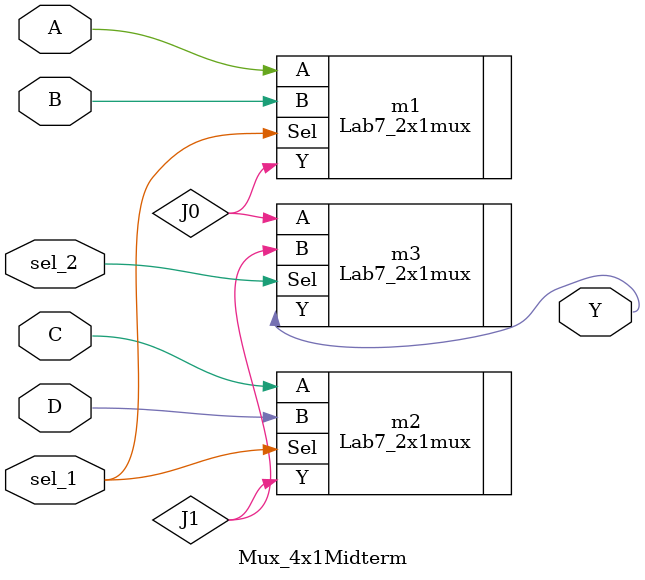
<source format=sv>
`timescale 1ns / 1ps


/* 
module Lab7_4x1mux(
    input [3:0] X, input sel_1, input sel_2,
    output Y
);
wire J0, J1;

Lab7_2x1mux m1 (.Y(J0), .A(X[0]), .B(X[1]), .Sel(sel_1));
Lab7_2x1mux m2 (.Y(J1), .A(X[2]), .B(X[3]), .Sel(sel_1));

Lab7_2x1mux m3 (.Y(Y), .A(J0), .B(J1), .Sel(sel_2));
endmodule
*/

module Mux_4x1Midterm(
    input A,
    input B,
    input C,
    input D,
    input sel_1,
    input sel_2,
    output Y
    );
    
    wire J0, J1;
    
    Lab7_2x1mux m1 (.Y(J0), .A(A), .B(B), .Sel(sel_1));
    Lab7_2x1mux m2 (.Y(J1), .A(C), .B(D), .Sel(sel_1));
    Lab7_2x1mux m3 (.Y(Y), .A(J0), .B(J1), .Sel(sel_2));
    
endmodule

</source>
